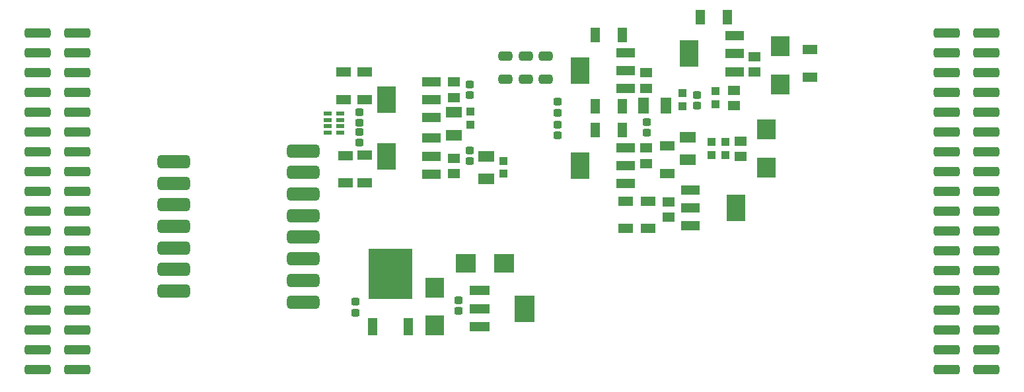
<source format=gts>
G04*
G04 #@! TF.GenerationSoftware,Altium Limited,Altium Designer,21.8.1 (53)*
G04*
G04 Layer_Color=8388736*
%FSLAX25Y25*%
%MOIN*%
G70*
G04*
G04 #@! TF.SameCoordinates,924E8805-32EE-4984-9886-3D9EEA8973F8*
G04*
G04*
G04 #@! TF.FilePolarity,Negative*
G04*
G01*
G75*
%ADD40R,0.09646X0.10039*%
%ADD41R,0.06299X0.04528*%
%ADD42R,0.07677X0.04724*%
G04:AMPARAMS|DCode=43|XSize=66.93mil|YSize=165.35mil|CornerRadius=18.7mil|HoleSize=0mil|Usage=FLASHONLY|Rotation=270.000|XOffset=0mil|YOffset=0mil|HoleType=Round|Shape=RoundedRectangle|*
%AMROUNDEDRECTD43*
21,1,0.06693,0.12795,0,0,270.0*
21,1,0.02953,0.16535,0,0,270.0*
1,1,0.03740,-0.06398,-0.01476*
1,1,0.03740,-0.06398,0.01476*
1,1,0.03740,0.06398,0.01476*
1,1,0.03740,0.06398,-0.01476*
%
%ADD43ROUNDEDRECTD43*%
G04:AMPARAMS|DCode=44|XSize=48.03mil|YSize=133.86mil|CornerRadius=13.98mil|HoleSize=0mil|Usage=FLASHONLY|Rotation=270.000|XOffset=0mil|YOffset=0mil|HoleType=Round|Shape=RoundedRectangle|*
%AMROUNDEDRECTD44*
21,1,0.04803,0.10591,0,0,270.0*
21,1,0.02008,0.13386,0,0,270.0*
1,1,0.02795,-0.05295,-0.01004*
1,1,0.02795,-0.05295,0.01004*
1,1,0.02795,0.05295,0.01004*
1,1,0.02795,0.05295,-0.01004*
%
%ADD44ROUNDEDRECTD44*%
%ADD45R,0.03937X0.02362*%
G04:AMPARAMS|DCode=46|XSize=47.24mil|YSize=70.87mil|CornerRadius=13.78mil|HoleSize=0mil|Usage=FLASHONLY|Rotation=270.000|XOffset=0mil|YOffset=0mil|HoleType=Round|Shape=RoundedRectangle|*
%AMROUNDEDRECTD46*
21,1,0.04724,0.04331,0,0,270.0*
21,1,0.01968,0.07087,0,0,270.0*
1,1,0.02756,-0.02165,-0.00984*
1,1,0.02756,-0.02165,0.00984*
1,1,0.02756,0.02165,0.00984*
1,1,0.02756,0.02165,-0.00984*
%
%ADD46ROUNDEDRECTD46*%
G04:AMPARAMS|DCode=47|XSize=43.31mil|YSize=39.37mil|CornerRadius=11.81mil|HoleSize=0mil|Usage=FLASHONLY|Rotation=0.000|XOffset=0mil|YOffset=0mil|HoleType=Round|Shape=RoundedRectangle|*
%AMROUNDEDRECTD47*
21,1,0.04331,0.01575,0,0,0.0*
21,1,0.01968,0.03937,0,0,0.0*
1,1,0.02362,0.00984,-0.00787*
1,1,0.02362,-0.00984,-0.00787*
1,1,0.02362,-0.00984,0.00787*
1,1,0.02362,0.00984,0.00787*
%
%ADD47ROUNDEDRECTD47*%
%ADD48R,0.10039X0.09646*%
%ADD49R,0.04724X0.07677*%
%ADD50R,0.10236X0.04724*%
%ADD51R,0.10236X0.13780*%
%ADD52R,0.22047X0.25197*%
%ADD53R,0.04724X0.09055*%
%ADD54R,0.04331X0.03937*%
%ADD55R,0.07874X0.05315*%
%ADD56R,0.09252X0.04528*%
%ADD57R,0.09252X0.13583*%
%ADD58R,0.05315X0.07874*%
D40*
X-143370Y-101291D02*
D03*
Y-82000D02*
D03*
X-136315Y-39992D02*
D03*
Y-59284D02*
D03*
X-310559Y-181142D02*
D03*
Y-161850D02*
D03*
D41*
X-192756Y-126394D02*
D03*
Y-118520D02*
D03*
X-159748Y-62173D02*
D03*
Y-70047D02*
D03*
X-156220Y-87874D02*
D03*
Y-95748D02*
D03*
X-149165Y-45197D02*
D03*
Y-53071D02*
D03*
X-203852Y-99205D02*
D03*
Y-91331D02*
D03*
Y-53331D02*
D03*
Y-61205D02*
D03*
X-301102Y-96598D02*
D03*
Y-104472D02*
D03*
Y-65921D02*
D03*
Y-58047D02*
D03*
D42*
X-214425Y-118339D02*
D03*
Y-132118D02*
D03*
X-121449Y-55520D02*
D03*
Y-41740D02*
D03*
X-202835Y-118339D02*
D03*
Y-132118D02*
D03*
X-193352Y-90378D02*
D03*
Y-104157D02*
D03*
X-355780Y-108937D02*
D03*
Y-95157D02*
D03*
X-356535Y-53079D02*
D03*
Y-66858D02*
D03*
X-346059Y-66886D02*
D03*
Y-53106D02*
D03*
Y-108886D02*
D03*
Y-95106D02*
D03*
D43*
X-376842Y-169165D02*
D03*
Y-158260D02*
D03*
Y-147354D02*
D03*
Y-136449D02*
D03*
Y-125543D02*
D03*
Y-114638D02*
D03*
Y-103732D02*
D03*
Y-92827D02*
D03*
X-442276Y-98280D02*
D03*
Y-109185D02*
D03*
Y-120091D02*
D03*
Y-130996D02*
D03*
Y-141902D02*
D03*
Y-152807D02*
D03*
Y-163713D02*
D03*
D44*
X-490882Y-33161D02*
D03*
X-510882D02*
D03*
X-490882Y-43161D02*
D03*
X-510882D02*
D03*
X-490882Y-53161D02*
D03*
X-510882D02*
D03*
X-490882Y-63161D02*
D03*
X-510882D02*
D03*
X-490882Y-73161D02*
D03*
X-510882D02*
D03*
X-490882Y-83161D02*
D03*
X-510882D02*
D03*
X-490882Y-93161D02*
D03*
X-510882D02*
D03*
X-490882Y-103161D02*
D03*
X-510882D02*
D03*
X-490882Y-113161D02*
D03*
X-510882D02*
D03*
X-490882Y-123161D02*
D03*
X-510882D02*
D03*
X-490882Y-133161D02*
D03*
X-510882D02*
D03*
X-490882Y-143161D02*
D03*
X-510882D02*
D03*
X-490882Y-153161D02*
D03*
X-510882D02*
D03*
X-490882Y-163161D02*
D03*
X-510882D02*
D03*
X-490882Y-173161D02*
D03*
X-510882D02*
D03*
X-490882Y-183161D02*
D03*
X-510882D02*
D03*
X-490882Y-193161D02*
D03*
X-510882D02*
D03*
X-490882Y-203161D02*
D03*
X-510882D02*
D03*
X-52220D02*
D03*
X-32221D02*
D03*
X-52220Y-193161D02*
D03*
X-32221D02*
D03*
X-52220Y-183161D02*
D03*
X-32221D02*
D03*
X-52220Y-173161D02*
D03*
X-32221D02*
D03*
X-52220Y-163161D02*
D03*
X-32221D02*
D03*
X-52220Y-153161D02*
D03*
X-32221D02*
D03*
X-52220Y-143161D02*
D03*
X-32221D02*
D03*
X-52220Y-133161D02*
D03*
X-32221D02*
D03*
X-52220Y-123161D02*
D03*
X-32221D02*
D03*
X-52220Y-113161D02*
D03*
X-32221D02*
D03*
X-52220Y-103161D02*
D03*
X-32221D02*
D03*
X-52220Y-93161D02*
D03*
X-32221D02*
D03*
X-52220Y-83161D02*
D03*
X-32221D02*
D03*
X-52220Y-73161D02*
D03*
X-32221D02*
D03*
X-52220Y-63161D02*
D03*
X-32221D02*
D03*
X-52220Y-53161D02*
D03*
X-32221D02*
D03*
X-52220Y-43161D02*
D03*
X-32221D02*
D03*
X-52220Y-33161D02*
D03*
X-32221D02*
D03*
D45*
X-364496Y-74047D02*
D03*
Y-77197D02*
D03*
Y-80347D02*
D03*
Y-83496D02*
D03*
X-358197D02*
D03*
Y-80347D02*
D03*
Y-77197D02*
D03*
Y-74047D02*
D03*
D46*
X-254638Y-56646D02*
D03*
Y-44835D02*
D03*
X-264717Y-44835D02*
D03*
Y-56646D02*
D03*
X-274795Y-56646D02*
D03*
Y-44835D02*
D03*
D47*
X-203740Y-83732D02*
D03*
Y-78220D02*
D03*
X-178394Y-70031D02*
D03*
Y-64520D02*
D03*
X-248627Y-73579D02*
D03*
Y-68067D02*
D03*
Y-85079D02*
D03*
Y-79567D02*
D03*
X-348559Y-83240D02*
D03*
Y-88752D02*
D03*
Y-73240D02*
D03*
Y-78752D02*
D03*
X-298559Y-168240D02*
D03*
Y-173752D02*
D03*
X-350559Y-168996D02*
D03*
Y-174508D02*
D03*
X-293039Y-92488D02*
D03*
Y-98000D02*
D03*
Y-59228D02*
D03*
Y-64740D02*
D03*
D48*
X-275559Y-149496D02*
D03*
X-294850D02*
D03*
D49*
X-162962Y-25268D02*
D03*
X-176742D02*
D03*
X-229742Y-34268D02*
D03*
X-215962D02*
D03*
X-215962Y-70268D02*
D03*
X-229742D02*
D03*
X-229742Y-82268D02*
D03*
X-215962D02*
D03*
D50*
X-287976Y-163441D02*
D03*
Y-172496D02*
D03*
Y-181551D02*
D03*
D51*
X-265142Y-172496D02*
D03*
D52*
X-333059Y-154996D02*
D03*
D53*
X-324063Y-181571D02*
D03*
X-342055Y-181571D02*
D03*
D54*
X-185740Y-63717D02*
D03*
X-185701Y-70252D02*
D03*
X-168858Y-62709D02*
D03*
X-168819Y-69244D02*
D03*
X-170861Y-88461D02*
D03*
X-170821Y-94996D02*
D03*
X-164071Y-88457D02*
D03*
X-164032Y-94992D02*
D03*
X-275866Y-104347D02*
D03*
X-275905Y-97811D02*
D03*
X-292496Y-79654D02*
D03*
X-292535Y-73118D02*
D03*
D55*
X-182852Y-97476D02*
D03*
Y-86059D02*
D03*
X-284472Y-95583D02*
D03*
Y-107000D02*
D03*
X-301102Y-73409D02*
D03*
Y-84827D02*
D03*
D56*
X-181496Y-112646D02*
D03*
Y-121701D02*
D03*
Y-130756D02*
D03*
X-159434Y-52823D02*
D03*
Y-43768D02*
D03*
Y-34713D02*
D03*
X-312142Y-76051D02*
D03*
Y-66996D02*
D03*
Y-57941D02*
D03*
Y-104551D02*
D03*
Y-95496D02*
D03*
Y-86441D02*
D03*
X-214434Y-109323D02*
D03*
Y-100268D02*
D03*
Y-91213D02*
D03*
Y-61323D02*
D03*
Y-52268D02*
D03*
Y-43213D02*
D03*
D57*
X-158661Y-121701D02*
D03*
X-182269Y-43768D02*
D03*
X-334976Y-66996D02*
D03*
Y-95496D02*
D03*
X-237269Y-100268D02*
D03*
Y-52268D02*
D03*
D58*
X-193850Y-70047D02*
D03*
X-205268D02*
D03*
M02*

</source>
